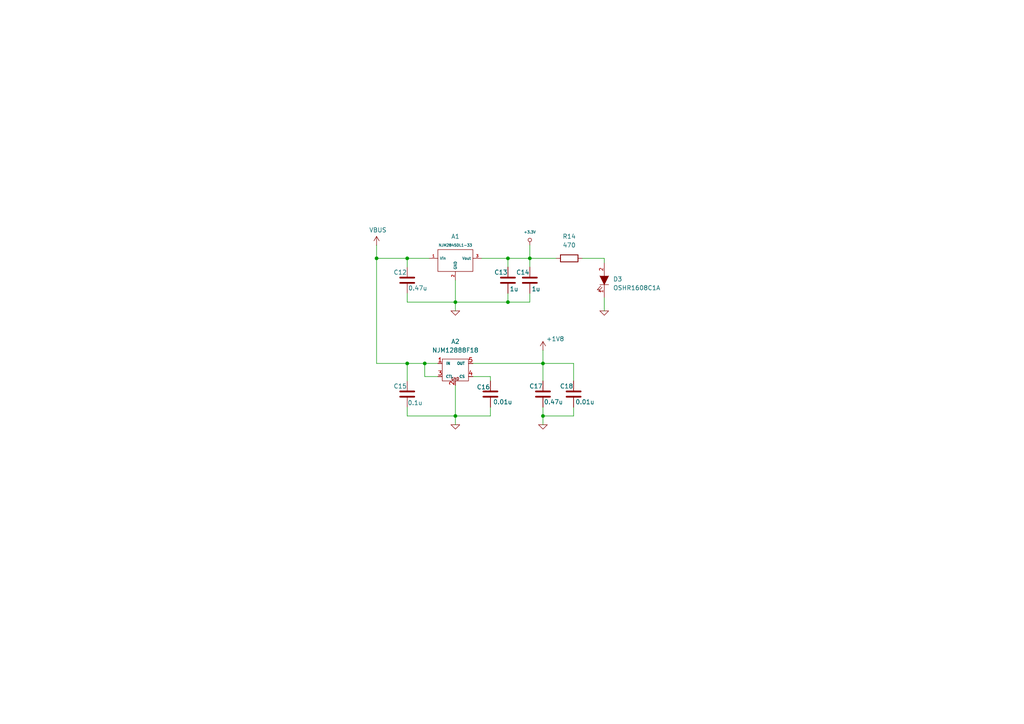
<source format=kicad_sch>
(kicad_sch (version 20250114) (generator "eeschema") (generator_version "9.0")
  (paper "A4")
  (title_block (title "XM125 Radr for MINTIA DC-H038Z") (date "2025-06-18") (rev "1") (company "ハートランド・データ株式会社"))
  (lib_symbols
    (symbol "Device:R" (pin_numbers (hide yes)) (pin_names (offset 0))
      (property "Reference" "R" (at 2.032 0 90))
      (property "Value" "R" (at 0 0 90))
      (symbol "R_0_1"
        (rectangle (start -1.016 -2.54) (end 1.016 2.54) (stroke (width 0.254)))
      )
      (symbol "R_1_1"
        (pin passive line (at 0 3.81 270) (length 1.27) (name "~") (number "1"))
        (pin passive line (at 0 -3.81 90) (length 1.27) (name "~") (number "2"))
      )
    )
    (symbol "HLDC_E1:+3.3V" (power) (pin_names (offset 0))
      (property "Value" "+3.3V" (at 0 2.794 0))
      (symbol "+3.3V_0_0"
        (pin power_in line (at 0 0 90) (length 0) (hide yes) (name "+3.3V") (number "1"))
      )
      (symbol "+3.3V_0_1"
        (circle (center 0 1.524) (radius 0.508))
        (polyline (pts (xy 0 0) (xy 0 1.016) (xy 0 1.016)))
      )
    )
    (symbol "HLDC_E1:C" (pin_numbers (hide yes)) (pin_names (offset 0.254))
      (property "Reference" "C" (at 0 2.54 0))
      (property "Value" "C" (at 0.1524 -2.159 0))
      (symbol "C_0_1"
        (polyline (pts (xy -2.032 0.762) (xy 2.032 0.762)) (stroke (width 0.508)))
        (polyline (pts (xy -2.032 -0.762) (xy 2.032 -0.762)) (stroke (width 0.508)))
      )
      (symbol "C_1_1"
        (pin passive line (at 0 3.81 270) (length 3.048) (name "~") (number "1"))
        (pin passive line (at 0 -3.81 90) (length 3.048) (name "~") (number "2"))
      )
    )
    (symbol "HLDC_E1:GND" (power) (pin_names (offset 0))
      (symbol "GND_0_1"
        (polyline (pts (xy -1.27 0) (xy 0 -1.27) (xy 1.27 0) (xy -1.27 0)))
      )
      (symbol "GND_1_1"
        (pin power_in line (at 0 0 90) (length 0) (hide yes) (name "GND") (number "1"))
      )
    )
    (symbol "HLDC_E1:LED" (pin_names (offset 1.016) (hide yes))
      (property "Reference" "D" (at 0 2.54 0))
      (property "Value" "LED" (at 0 -2.54 0))
      (symbol "LED_0_1"
        (polyline (pts (xy -1.27 1.27) (xy 1.27 0) (xy -1.27 -1.27)) (fill (type outline)))
        (polyline (pts (xy 1.27 1.27) (xy 1.27 -1.27)))
        (polyline (pts (xy 1.651 -1.016) (xy 2.794 -2.032) (xy 2.667 -1.397)))
        (polyline (pts (xy 2.032 -0.635) (xy 3.175 -1.651) (xy 3.048 -1.016)))
      )
      (symbol "LED_1_1"
        (pin passive line (at -5.08 0 0) (length 3.81) (name "A") (number "2"))
        (pin passive line (at 5.08 0 180) (length 3.81) (name "K") (number "1"))
      )
    )
    (symbol "HLDC_E1:NJM12888" (pin_names (offset 1.016))
      (property "Reference" "A" (at 0 3.81 0))
      (property "Value" "NJM12888F18" (at 7.62 -5.08 0))
      (symbol "NJM12888_0_0"
        (text "GND" (at -0.0508 -3.2004 0) (effects (font (size 0.762 0.762))))
      )
      (symbol "NJM12888_0_1"
        (rectangle (start -3.81 2.54) (end 3.81 -3.81))
      )
      (symbol "NJM12888_1_1"
        (pin input line (at -5.08 1.27 0) (length 1.27) (name "IN") (number "1"))
        (pin input line (at -5.08 -2.54 0) (length 1.27) (name "CTL") (number "3"))
        (pin power_in line (at 0 -5.08 90) (length 1.27) (name "GND") (number "2"))
        (pin output line (at 5.08 1.27 180) (length 1.27) (name "OUT") (number "5"))
        (pin input line (at 5.08 -2.54 180) (length 1.27) (name "CS") (number "4"))
      )
    )
    (symbol "HLDC_E1:NJM2845DL1-33"
      (property "Reference" "A" (at 0 3.556 0))
      (property "Value" "NJM2845DL1-33" (at 6.604 -4.826 0))
      (symbol "NJM2845DL1-33_0_1"
        (rectangle (start -5.08 2.54) (end 5.08 -3.81))
      )
      (symbol "NJM2845DL1-33_1_1"
        (pin power_in line (at -7.62 0 0) (length 2.54) (name "Vin") (number "1"))
        (pin power_in line (at 0 -6.35 90) (length 2.54) (name "GND") (number "2"))
        (pin power_out line (at 7.62 0 180) (length 2.54) (name "Vout") (number "3"))
      )
    )
    (symbol "power:+1V8" (power) (pin_numbers (hide yes)) (pin_names (offset 0) (hide yes))
      (property "Value" "+1V8" (at 0 3.556 0))
      (symbol "+1V8_0_1"
        (polyline (pts (xy -0.762 1.27) (xy 0 2.54)))
        (polyline (pts (xy 0 2.54) (xy 0.762 1.27)))
        (polyline (pts (xy 0 0) (xy 0 2.54)))
      )
      (symbol "+1V8_1_1"
        (pin power_in line (at 0 0 90) (length 0) (name "~") (number "1"))
      )
    )
    (symbol "power:VCC" (power) (pin_numbers (hide yes)) (pin_names (offset 0) (hide yes))
      (property "Value" "VCC" (at 0 3.556 0))
      (symbol "VCC_0_1"
        (polyline (pts (xy -0.762 1.27) (xy 0 2.54)))
        (polyline (pts (xy 0 2.54) (xy 0.762 1.27)))
        (polyline (pts (xy 0 0) (xy 0 2.54)))
      )
      (symbol "VCC_1_1"
        (pin power_in line (at 0 0 90) (length 0) (name "~") (number "1"))
      )
    )
  )
  (junction (at 123.19 105.41))
  (junction (at 147.32 74.93))
  (junction (at 157.48 120.65))
  (junction (at 118.11 105.41))
  (junction (at 132.08 87.63))
  (junction (at 132.08 120.65))
  (junction (at 118.11 74.93))
  (junction (at 109.22 74.93))
  (junction (at 147.32 87.63))
  (junction (at 153.67 74.93))
  (junction (at 157.48 105.41))
  (wire (pts (xy 147.32 87.63) (xy 132.08 87.63)))
  (wire (pts (xy 127 105.41) (xy 123.19 105.41)))
  (wire (pts (xy 153.67 74.93) (xy 161.29 74.93)))
  (wire (pts (xy 118.11 74.93) (xy 118.11 77.47)))
  (wire (pts (xy 147.32 85.09) (xy 147.32 87.63)))
  (wire (pts (xy 118.11 85.09) (xy 118.11 87.63)))
  (wire (pts (xy 142.24 109.22) (xy 142.24 110.49)))
  (wire (pts (xy 132.08 120.65) (xy 132.08 123.19)))
  (wire (pts (xy 123.19 109.22) (xy 123.19 105.41)))
  (wire (pts (xy 157.48 105.41) (xy 157.48 110.49)))
  (wire (pts (xy 175.26 86.36) (xy 175.26 90.17)))
  (wire (pts (xy 132.08 81.28) (xy 132.08 87.63)))
  (wire (pts (xy 118.11 87.63) (xy 132.08 87.63)))
  (wire (pts (xy 166.37 118.11) (xy 166.37 120.65)))
  (wire (pts (xy 147.32 74.93) (xy 147.32 77.47)))
  (wire (pts (xy 166.37 120.65) (xy 157.48 120.65)))
  (wire (pts (xy 153.67 74.93) (xy 153.67 77.47)))
  (wire (pts (xy 157.48 120.65) (xy 157.48 123.19)))
  (wire (pts (xy 153.67 71.12) (xy 153.67 74.93)))
  (wire (pts (xy 118.11 118.11) (xy 118.11 120.65)))
  (wire (pts (xy 109.22 105.41) (xy 109.22 74.93)))
  (wire (pts (xy 109.22 74.93) (xy 118.11 74.93)))
  (wire (pts (xy 137.16 109.22) (xy 142.24 109.22)))
  (wire (pts (xy 168.91 74.93) (xy 175.26 74.93)))
  (wire (pts (xy 147.32 74.93) (xy 153.67 74.93)))
  (wire (pts (xy 118.11 120.65) (xy 132.08 120.65)))
  (wire (pts (xy 153.67 87.63) (xy 147.32 87.63)))
  (wire (pts (xy 127 109.22) (xy 123.19 109.22)))
  (wire (pts (xy 166.37 105.41) (xy 166.37 110.49)))
  (wire (pts (xy 153.67 85.09) (xy 153.67 87.63)))
  (wire (pts (xy 118.11 74.93) (xy 124.46 74.93)))
  (wire (pts (xy 132.08 87.63) (xy 132.08 90.17)))
  (wire (pts (xy 132.08 111.76) (xy 132.08 120.65)))
  (wire (pts (xy 142.24 118.11) (xy 142.24 120.65)))
  (wire (pts (xy 175.26 74.93) (xy 175.26 76.2)))
  (wire (pts (xy 157.48 101.6) (xy 157.48 105.41)))
  (wire (pts (xy 142.24 120.65) (xy 132.08 120.65)))
  (wire (pts (xy 118.11 105.41) (xy 118.11 110.49)))
  (wire (pts (xy 157.48 105.41) (xy 137.16 105.41)))
  (wire (pts (xy 123.19 105.41) (xy 118.11 105.41)))
  (wire (pts (xy 118.11 105.41) (xy 109.22 105.41)))
  (wire (pts (xy 157.48 118.11) (xy 157.48 120.65)))
  (wire (pts (xy 139.7 74.93) (xy 147.32 74.93)))
  (wire (pts (xy 157.48 105.41) (xy 166.37 105.41)))
  (wire (pts (xy 109.22 71.12) (xy 109.22 74.93)))
  (symbol (lib_id "HLDC_E1:NJM12888") (at 132.08 106.68 0) (unit 1)
    (property "Reference" "A2" (at 132.08 99.06 0))
    (property "Value" "NJM12888F18" (at 132.08 101.6 0))
    (property "Footprint" "HLDC-E2:SOT-23-5" (effects (hide yes)))
    (property "Description" "IC REG" (effects (hide yes)))
    (property "CLASSIFICATION" "CA" (effects (hide yes)))
    (property "MAKER" "JRC" (effects (hide yes)))
    (property "PARTNUMBER" "NJM12888F18" (effects (hide yes)))
    (property "REMARKS" " " (effects (hide yes)))
    (property "DESCRIPTION" "IC REG" (effects (hide yes)))
  )
  (symbol (lib_id "HLDC_E1:C") (at 118.11 81.28 180) (unit 1)
    (property "Reference" "C12" (at 116.078 78.994 0))
    (property "Value" "0.47u" (at 121.158 83.566 0))
    (property "Footprint" "HLDC_E1:C_0603_1608Metric" (effects (hide yes)))
    (property "Description" "Ceramic Capacitor" (effects (hide yes)))
    (property "CLASSIFICATION" "CA" (effects (hide yes)))
    (property "DESCRIPTION" "CAPACITOR" (effects (hide yes)))
    (property "MAKER" "Murata" (effects (hide yes)))
    (property "PARTNUMBER" "GRM188R71C474KA88" (effects (hide yes)))
    (property "REMARKS" "50VDC" (effects (hide yes)))
  )
  (symbol (lib_id "HLDC_E1:GND") (at 132.08 90.17 0) (unit 1)
    (property "Reference" "#PWR027" (effects (hide yes)))
    (property "Value" "GND" (effects (hide yes)))
  )
  (symbol (lib_id "HLDC_E1:C") (at 142.24 114.3 180) (unit 1)
    (property "Reference" "C16" (at 140.208 112.268 0))
    (property "Value" "0.01u" (at 145.796 116.586 0))
    (property "Footprint" "HLDC_E1:C_0603_1608Metric" (effects (hide yes)))
    (property "Description" "Ceramic Capacitor" (effects (hide yes)))
    (property "CLASSIFICATION" "CA" (effects (hide yes)))
    (property "DESCRIPTION" "CAPACITOR" (effects (hide yes)))
    (property "MAKER" "Kyocera" (effects (hide yes)))
    (property "PARTNUMBER" "GRM1882C1H103JA01" (effects (hide yes)))
    (property "REMARKS" "50VDC" (effects (hide yes)))
  )
  (symbol (lib_id "HLDC_E1:LED") (at 175.26 81.28 270) (unit 1)
    (property "Reference" "D3" (at 177.8 80.9624 90) (effects (justify left)))
    (property "Value" "OSHR1608C1A" (at 177.8 83.5024 90) (effects (justify left)))
    (property "Footprint" "HLDC_E1:D_0603" (effects (hide yes)))
    (property "CLASSIFICATION" "CA" (effects (hide yes)))
    (property "MAKER" "OptoSupply" (effects (hide yes)))
    (property "PARTNUMBER" "OSHR1608C1A" (effects (hide yes)))
    (property "REMARKS" " " (effects (hide yes)))
    (property "DESCRIPTION" "LED" (effects (hide yes)))
  )
  (symbol (lib_id "HLDC_E1:C") (at 147.32 81.28 180) (unit 1)
    (property "Reference" "C13" (at 145.288 78.994 0))
    (property "Value" "1u" (at 149.098 83.82 0))
    (property "Footprint" "HLDC_E1:C_0603_1608Metric" (effects (hide yes)))
    (property "Description" "Unpolarized capacitor" (effects (hide yes)))
    (property "CLASSIFICATION" "CA" (effects (hide yes)))
    (property "DESCRIPTION" "CAPACITOR" (effects (hide yes)))
    (property "MAKER" "Murata" (effects (hide yes)))
    (property "PARTNUMBER" "GRM185R61C105KE44" (effects (hide yes)))
    (property "REMARKS" "100VDC" (effects (hide yes)))
  )
  (symbol (lib_id "HLDC_E1:C") (at 153.67 81.28 180) (unit 1)
    (property "Reference" "C14" (at 151.638 78.994 0))
    (property "Value" "1u" (at 155.448 83.82 0))
    (property "Footprint" "HLDC_E1:C_0603_1608Metric" (effects (hide yes)))
    (property "Description" "Unpolarized capacitor" (effects (hide yes)))
    (property "CLASSIFICATION" "CA" (effects (hide yes)))
    (property "DESCRIPTION" "CAPACITOR" (effects (hide yes)))
    (property "MAKER" "Murata" (effects (hide yes)))
    (property "PARTNUMBER" "GRM185R61C105KE44" (effects (hide yes)))
    (property "REMARKS" "100VDC" (effects (hide yes)))
  )
  (symbol (lib_id "HLDC_E1:GND") (at 132.08 123.19 0) (unit 1)
    (property "Reference" "#PWR029" (effects (hide yes)))
    (property "Value" "GND" (effects (hide yes)))
  )
  (symbol (lib_id "HLDC_E1:NJM2845DL1-33") (at 132.08 74.93 0) (unit 1)
    (property "Reference" "A1" (at 132.08 68.58 0))
    (property "Value" "NJM2845DL1-33" (at 132.08 71.12 0) (effects (font (size 0.762 0.762))))
    (property "Footprint" "Package_TO_SOT_SMD:TO-252-2" (effects (hide yes)))
    (property "Description" "IC REG" (effects (hide yes)))
    (property "CLASSIFICATION" "CA" (effects (hide yes)))
    (property "MAKER" "JRC" (effects (hide yes)))
    (property "PARTNUMBER" "NJM2845DL1-33" (effects (hide yes)))
    (property "REMARKS" " " (effects (hide yes)))
    (property "DESCRIPTION" "IC REG" (effects (hide yes)))
  )
  (symbol (lib_id "HLDC_E1:C") (at 118.11 114.3 180) (unit 1)
    (property "Reference" "C15" (at 116.078 112.014 0))
    (property "Value" "0.1u" (at 120.396 116.84 0))
    (property "Footprint" "HLDC_E1:C_0603_1608Metric" (effects (hide yes)))
    (property "Description" "Ceramic Capacitor" (effects (hide yes)))
    (property "CLASSIFICATION" "CA" (effects (hide yes)))
    (property "DESCRIPTION" "CAPACITOR" (effects (hide yes)))
    (property "MAKER" "Murata" (effects (hide yes)))
    (property "PARTNUMBER" "GRM188R72A104MA35" (effects (hide yes)))
    (property "REMARKS" "50VDC" (effects (hide yes)))
  )
  (symbol (lib_id "HLDC_E1:GND") (at 175.26 90.17 0) (unit 1)
    (property "Reference" "#PWR046" (effects (hide yes)))
    (property "Value" "GND" (effects (hide yes)))
  )
  (symbol (lib_id "HLDC_E1:C") (at 166.37 114.3 180) (unit 1)
    (property "Reference" "C18" (at 164.338 112.014 0))
    (property "Value" "0.01u" (at 169.672 116.586 0))
    (property "Footprint" "HLDC_E1:C_0603_1608Metric" (effects (hide yes)))
    (property "Description" "Unpolarized capacitor" (effects (hide yes)))
    (property "CLASSIFICATION" "CA" (effects (hide yes)))
    (property "DESCRIPTION" "CAPACITOR" (effects (hide yes)))
    (property "MAKER" "Kyocera" (effects (hide yes)))
    (property "PARTNUMBER" "GRM1882C1H103JA01" (effects (hide yes)))
    (property "REMARKS" "50VDC" (effects (hide yes)))
  )
  (symbol (lib_id "HLDC_E1:C") (at 157.48 114.3 180) (unit 1)
    (property "Reference" "C17" (at 155.448 112.014 0))
    (property "Value" "0.47u" (at 160.528 116.586 0))
    (property "Footprint" "HLDC_E1:C_0603_1608Metric" (effects (hide yes)))
    (property "Description" "Ceramic Capacitor" (effects (hide yes)))
    (property "CLASSIFICATION" "CA" (effects (hide yes)))
    (property "DESCRIPTION" "CAPACITOR" (effects (hide yes)))
    (property "MAKER" "Murata" (effects (hide yes)))
    (property "PARTNUMBER" "GRM188R71C474KA88" (effects (hide yes)))
    (property "REMARKS" "50VDC" (effects (hide yes)))
  )
  (symbol (lib_id "Device:R") (at 165.1 74.93 90) (unit 1)
    (property "Reference" "R14" (at 165.1 68.58 90))
    (property "Value" "470" (at 165.1 71.12 90))
    (property "Footprint" "HLDC_E1:R_0603_1608Metric" (effects (hide yes)))
    (property "Description" "Resistor" (effects (hide yes)))
    (property "CLASSIFICATION" "CA" (effects (hide yes)))
    (property "DESCRIPTION" "RESISTER" (effects (hide yes)))
    (property "MAKER" "Panasonic" (effects (hide yes)))
    (property "PARTNUMBER" "ERJ3GEYJ471V" (effects (hide yes)))
  )
  (symbol (lib_id "HLDC_E1:+3.3V") (at 153.67 71.12 0) (unit 1)
    (property "Reference" "#PWR026" (effects (hide yes)))
    (property "Value" "+3.3V" (at 153.67 67.31 0) (effects (font (size 0.762 0.762))))
  )
  (symbol (lib_id "power:+1V8") (at 157.48 101.6 0) (unit 1)
    (property "Reference" "#PWR028" (effects (hide yes)))
    (property "Value" "+1V8" (at 161.036 98.298 0))
    (property "Description" "Power symbol creates a global label with name \"+1V8\"" (effects (hide yes)))
  )
  (symbol (lib_id "HLDC_E1:GND") (at 157.48 123.19 0) (unit 1)
    (property "Reference" "#PWR030" (effects (hide yes)))
    (property "Value" "GND" (effects (hide yes)))
  )
  (symbol (lib_id "power:VCC") (at 109.22 71.12 0) (unit 1)
    (property "Reference" "#PWR025" (effects (hide yes)))
    (property "Value" "VBUS" (at 109.601 66.7258 0))
  )
)
</source>
